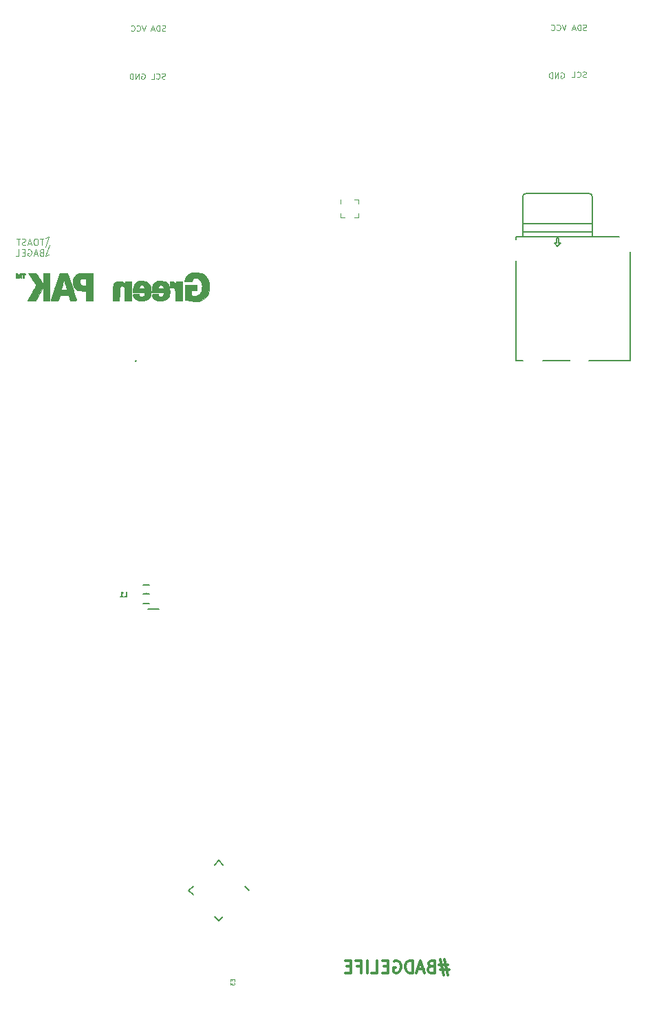
<source format=gbo>
G04 #@! TF.FileFunction,Legend,Bot*
%FSLAX46Y46*%
G04 Gerber Fmt 4.6, Leading zero omitted, Abs format (unit mm)*
G04 Created by KiCad (PCBNEW 4.0.7+dfsg1-1ubuntu2) date Fri May 11 22:40:50 2018*
%MOMM*%
%LPD*%
G01*
G04 APERTURE LIST*
%ADD10C,0.100000*%
%ADD11C,0.300000*%
%ADD12C,0.127000*%
%ADD13C,0.150000*%
%ADD14C,0.007620*%
%ADD15C,0.010000*%
%ADD16C,0.120000*%
%ADD17C,0.050000*%
%ADD18C,0.125000*%
%ADD19C,0.304800*%
%ADD20C,2.100000*%
%ADD21O,2.100000X2.100000*%
%ADD22R,2.400000X1.300000*%
%ADD23R,4.400000X4.400000*%
%ADD24R,0.800000X1.000000*%
%ADD25R,0.900000X1.000000*%
%ADD26R,1.400000X2.000000*%
%ADD27R,1.000000X0.900000*%
%ADD28R,1.799540X2.299920*%
%ADD29R,1.197560X1.898600*%
%ADD30R,2.198320X1.799540*%
%ADD31C,5.400000*%
%ADD32R,1.300000X2.350000*%
%ADD33R,1.700000X1.100000*%
%ADD34R,1.100000X1.700000*%
%ADD35R,1.000000X0.800000*%
%ADD36R,1.300000X1.200000*%
%ADD37R,1.460000X1.050000*%
%ADD38R,2.400000X4.200000*%
%ADD39R,2.400000X1.900000*%
%ADD40R,3.400000X1.600000*%
%ADD41C,1.299160*%
%ADD42R,0.450000X0.475000*%
%ADD43R,0.470000X0.495000*%
%ADD44R,0.495000X0.470000*%
%ADD45C,0.500000*%
%ADD46C,0.430000*%
%ADD47C,3.700000*%
%ADD48R,0.950000X0.700000*%
%ADD49C,2.000000*%
%ADD50R,1.400000X1.400000*%
%ADD51C,2.400000*%
%ADD52C,1.187400*%
%ADD53C,1.390600*%
G04 APERTURE END LIST*
D10*
D11*
X137921429Y-158878571D02*
X136850000Y-158878571D01*
X137492857Y-158235714D02*
X137921429Y-160164286D01*
X136992857Y-159521429D02*
X138064286Y-159521429D01*
X137421429Y-160164286D02*
X136992857Y-158235714D01*
X135850000Y-159092857D02*
X135635714Y-159164286D01*
X135564286Y-159235714D01*
X135492857Y-159378571D01*
X135492857Y-159592857D01*
X135564286Y-159735714D01*
X135635714Y-159807143D01*
X135778572Y-159878571D01*
X136350000Y-159878571D01*
X136350000Y-158378571D01*
X135850000Y-158378571D01*
X135707143Y-158450000D01*
X135635714Y-158521429D01*
X135564286Y-158664286D01*
X135564286Y-158807143D01*
X135635714Y-158950000D01*
X135707143Y-159021429D01*
X135850000Y-159092857D01*
X136350000Y-159092857D01*
X134921429Y-159450000D02*
X134207143Y-159450000D01*
X135064286Y-159878571D02*
X134564286Y-158378571D01*
X134064286Y-159878571D01*
X133564286Y-159878571D02*
X133564286Y-158378571D01*
X133207143Y-158378571D01*
X132992858Y-158450000D01*
X132850000Y-158592857D01*
X132778572Y-158735714D01*
X132707143Y-159021429D01*
X132707143Y-159235714D01*
X132778572Y-159521429D01*
X132850000Y-159664286D01*
X132992858Y-159807143D01*
X133207143Y-159878571D01*
X133564286Y-159878571D01*
X131278572Y-158450000D02*
X131421429Y-158378571D01*
X131635715Y-158378571D01*
X131850000Y-158450000D01*
X131992858Y-158592857D01*
X132064286Y-158735714D01*
X132135715Y-159021429D01*
X132135715Y-159235714D01*
X132064286Y-159521429D01*
X131992858Y-159664286D01*
X131850000Y-159807143D01*
X131635715Y-159878571D01*
X131492858Y-159878571D01*
X131278572Y-159807143D01*
X131207143Y-159735714D01*
X131207143Y-159235714D01*
X131492858Y-159235714D01*
X130564286Y-159092857D02*
X130064286Y-159092857D01*
X129850000Y-159878571D02*
X130564286Y-159878571D01*
X130564286Y-158378571D01*
X129850000Y-158378571D01*
X128492857Y-159878571D02*
X129207143Y-159878571D01*
X129207143Y-158378571D01*
X127992857Y-159878571D02*
X127992857Y-158378571D01*
X126778571Y-159092857D02*
X127278571Y-159092857D01*
X127278571Y-159878571D02*
X127278571Y-158378571D01*
X126564285Y-158378571D01*
X125992857Y-159092857D02*
X125492857Y-159092857D01*
X125278571Y-159878571D02*
X125992857Y-159878571D01*
X125992857Y-158378571D01*
X125278571Y-158378571D01*
D10*
X88400000Y-71700000D02*
X88800000Y-71500000D01*
X88400000Y-71700000D02*
X88900000Y-70300000D01*
X88400000Y-69500000D02*
X88800000Y-69300000D01*
X88400000Y-70600000D02*
X88800000Y-69300000D01*
X88176191Y-69561905D02*
X87719048Y-69561905D01*
X87947619Y-70361905D02*
X87947619Y-69561905D01*
X87300000Y-69561905D02*
X87147619Y-69561905D01*
X87071428Y-69600000D01*
X86995238Y-69676190D01*
X86957143Y-69828571D01*
X86957143Y-70095238D01*
X86995238Y-70247619D01*
X87071428Y-70323810D01*
X87147619Y-70361905D01*
X87300000Y-70361905D01*
X87376190Y-70323810D01*
X87452381Y-70247619D01*
X87490476Y-70095238D01*
X87490476Y-69828571D01*
X87452381Y-69676190D01*
X87376190Y-69600000D01*
X87300000Y-69561905D01*
X86652381Y-70133333D02*
X86271429Y-70133333D01*
X86728572Y-70361905D02*
X86461905Y-69561905D01*
X86195238Y-70361905D01*
X85966667Y-70323810D02*
X85852381Y-70361905D01*
X85661905Y-70361905D01*
X85585715Y-70323810D01*
X85547619Y-70285714D01*
X85509524Y-70209524D01*
X85509524Y-70133333D01*
X85547619Y-70057143D01*
X85585715Y-70019048D01*
X85661905Y-69980952D01*
X85814286Y-69942857D01*
X85890477Y-69904762D01*
X85928572Y-69866667D01*
X85966667Y-69790476D01*
X85966667Y-69714286D01*
X85928572Y-69638095D01*
X85890477Y-69600000D01*
X85814286Y-69561905D01*
X85623810Y-69561905D01*
X85509524Y-69600000D01*
X85280953Y-69561905D02*
X84823810Y-69561905D01*
X85052381Y-70361905D02*
X85052381Y-69561905D01*
X87871428Y-71242857D02*
X87757142Y-71280952D01*
X87719047Y-71319048D01*
X87680952Y-71395238D01*
X87680952Y-71509524D01*
X87719047Y-71585714D01*
X87757142Y-71623810D01*
X87833333Y-71661905D01*
X88138095Y-71661905D01*
X88138095Y-70861905D01*
X87871428Y-70861905D01*
X87795238Y-70900000D01*
X87757142Y-70938095D01*
X87719047Y-71014286D01*
X87719047Y-71090476D01*
X87757142Y-71166667D01*
X87795238Y-71204762D01*
X87871428Y-71242857D01*
X88138095Y-71242857D01*
X87376190Y-71433333D02*
X86995238Y-71433333D01*
X87452381Y-71661905D02*
X87185714Y-70861905D01*
X86919047Y-71661905D01*
X86233333Y-70900000D02*
X86309524Y-70861905D01*
X86423809Y-70861905D01*
X86538095Y-70900000D01*
X86614286Y-70976190D01*
X86652381Y-71052381D01*
X86690476Y-71204762D01*
X86690476Y-71319048D01*
X86652381Y-71471429D01*
X86614286Y-71547619D01*
X86538095Y-71623810D01*
X86423809Y-71661905D01*
X86347619Y-71661905D01*
X86233333Y-71623810D01*
X86195238Y-71585714D01*
X86195238Y-71319048D01*
X86347619Y-71319048D01*
X85852381Y-71242857D02*
X85585714Y-71242857D01*
X85471428Y-71661905D02*
X85852381Y-71661905D01*
X85852381Y-70861905D01*
X85471428Y-70861905D01*
X84747618Y-71661905D02*
X85128571Y-71661905D01*
X85128571Y-70861905D01*
D12*
X160373100Y-71174040D02*
X160373100Y-84572540D01*
X160373100Y-84572540D02*
X155262620Y-84572540D01*
X147152400Y-84572540D02*
X146326900Y-84572540D01*
X146326900Y-84572540D02*
X146326900Y-72273860D01*
X146326900Y-69662740D02*
X146326900Y-69327460D01*
X146326900Y-69327460D02*
X158998960Y-69327460D01*
X155674100Y-69327460D02*
X155674100Y-68725480D01*
X147152400Y-69327460D02*
X147152400Y-68725480D01*
X155674100Y-68725480D02*
X147152400Y-68725480D01*
X155674100Y-68725480D02*
X155674100Y-67727260D01*
X155674100Y-67727260D02*
X147152400Y-67727260D01*
X147152400Y-67727260D02*
X147152400Y-68700080D01*
X155674100Y-67727260D02*
X155674100Y-64343980D01*
X155356600Y-64026480D02*
X147469900Y-64026480D01*
X147152400Y-64343980D02*
X147152400Y-67727260D01*
X152951220Y-84572540D02*
X149626360Y-84572540D01*
X151551680Y-69525580D02*
X151277360Y-69525580D01*
X151277360Y-69525580D02*
X151277360Y-70074220D01*
X151277360Y-70074220D02*
X151003040Y-70074220D01*
X151003040Y-70074220D02*
X151414520Y-70488240D01*
X151414520Y-70488240D02*
X151828540Y-70074220D01*
X151828540Y-70074220D02*
X151551680Y-70074220D01*
X151551680Y-70074220D02*
X151551680Y-69525580D01*
X155356600Y-64026480D02*
G75*
G02X155674100Y-64343980I0J-317500D01*
G01*
X147152400Y-64343980D02*
G75*
G02X147469900Y-64026480I317500J0D01*
G01*
X101200000Y-114450000D02*
X100400000Y-114450000D01*
X101200000Y-112150000D02*
X100400000Y-112150000D01*
X101100000Y-113300000D02*
X101200000Y-113300000D01*
X100500000Y-113300000D02*
X100400000Y-113300000D01*
X100500000Y-113300000D02*
G75*
G02X100700000Y-113300000I100000J0D01*
G01*
X100900000Y-113300000D02*
G75*
G02X101100000Y-113300000I100000J0D01*
G01*
X100700000Y-113300000D02*
G75*
G02X100900000Y-113300000I100000J0D01*
G01*
D13*
X102400000Y-115100000D02*
X101000000Y-115100000D01*
D14*
X104613068Y-163166147D02*
X103914674Y-163178338D01*
D15*
G36*
X106453955Y-73754166D02*
X106267192Y-73792053D01*
X106101135Y-73855750D01*
X105939033Y-73948787D01*
X105922521Y-73959756D01*
X105757121Y-74112061D01*
X105628549Y-74315634D01*
X105545570Y-74554816D01*
X105525577Y-74668789D01*
X105501791Y-74860435D01*
X106393417Y-74840001D01*
X106423139Y-74725081D01*
X106471935Y-74622791D01*
X106550873Y-74527939D01*
X106558867Y-74520963D01*
X106719563Y-74428137D01*
X106894922Y-74398312D01*
X107073883Y-74426632D01*
X107245385Y-74508237D01*
X107398367Y-74638271D01*
X107521771Y-74811873D01*
X107590242Y-74973974D01*
X107636729Y-75192486D01*
X107654876Y-75442863D01*
X107645068Y-75697142D01*
X107607692Y-75927357D01*
X107575609Y-76033358D01*
X107457811Y-76257473D01*
X107295048Y-76425743D01*
X107091169Y-76536023D01*
X106850026Y-76586170D01*
X106599019Y-76577411D01*
X106361631Y-76545429D01*
X106340553Y-75946715D01*
X106996631Y-75946715D01*
X106996631Y-75257287D01*
X105545202Y-75257287D01*
X105545202Y-77096310D01*
X105735702Y-77137320D01*
X106228162Y-77222764D01*
X106690931Y-77261726D01*
X107112507Y-77253304D01*
X107159917Y-77249053D01*
X107497320Y-77187040D01*
X107787586Y-77070789D01*
X108033489Y-76898746D01*
X108237801Y-76669357D01*
X108265184Y-76629680D01*
X108365966Y-76466005D01*
X108439323Y-76310795D01*
X108489094Y-76147650D01*
X108519119Y-75960168D01*
X108533236Y-75731949D01*
X108535495Y-75475001D01*
X108532481Y-75252770D01*
X108525396Y-75086375D01*
X108512395Y-74959115D01*
X108491636Y-74854291D01*
X108461274Y-74755201D01*
X108453694Y-74734073D01*
X108312562Y-74427869D01*
X108132967Y-74181015D01*
X107910496Y-73988770D01*
X107640737Y-73846397D01*
X107619023Y-73837809D01*
X107502357Y-73799658D01*
X107371046Y-73772921D01*
X107206632Y-73754921D01*
X106990655Y-73742978D01*
X106956604Y-73741687D01*
X106678176Y-73738554D01*
X106453955Y-73754166D01*
X106453955Y-73754166D01*
G37*
X106453955Y-73754166D02*
X106267192Y-73792053D01*
X106101135Y-73855750D01*
X105939033Y-73948787D01*
X105922521Y-73959756D01*
X105757121Y-74112061D01*
X105628549Y-74315634D01*
X105545570Y-74554816D01*
X105525577Y-74668789D01*
X105501791Y-74860435D01*
X106393417Y-74840001D01*
X106423139Y-74725081D01*
X106471935Y-74622791D01*
X106550873Y-74527939D01*
X106558867Y-74520963D01*
X106719563Y-74428137D01*
X106894922Y-74398312D01*
X107073883Y-74426632D01*
X107245385Y-74508237D01*
X107398367Y-74638271D01*
X107521771Y-74811873D01*
X107590242Y-74973974D01*
X107636729Y-75192486D01*
X107654876Y-75442863D01*
X107645068Y-75697142D01*
X107607692Y-75927357D01*
X107575609Y-76033358D01*
X107457811Y-76257473D01*
X107295048Y-76425743D01*
X107091169Y-76536023D01*
X106850026Y-76586170D01*
X106599019Y-76577411D01*
X106361631Y-76545429D01*
X106340553Y-75946715D01*
X106996631Y-75946715D01*
X106996631Y-75257287D01*
X105545202Y-75257287D01*
X105545202Y-77096310D01*
X105735702Y-77137320D01*
X106228162Y-77222764D01*
X106690931Y-77261726D01*
X107112507Y-77253304D01*
X107159917Y-77249053D01*
X107497320Y-77187040D01*
X107787586Y-77070789D01*
X108033489Y-76898746D01*
X108237801Y-76669357D01*
X108265184Y-76629680D01*
X108365966Y-76466005D01*
X108439323Y-76310795D01*
X108489094Y-76147650D01*
X108519119Y-75960168D01*
X108533236Y-75731949D01*
X108535495Y-75475001D01*
X108532481Y-75252770D01*
X108525396Y-75086375D01*
X108512395Y-74959115D01*
X108491636Y-74854291D01*
X108461274Y-74755201D01*
X108453694Y-74734073D01*
X108312562Y-74427869D01*
X108132967Y-74181015D01*
X107910496Y-73988770D01*
X107640737Y-73846397D01*
X107619023Y-73837809D01*
X107502357Y-73799658D01*
X107371046Y-73772921D01*
X107206632Y-73754921D01*
X106990655Y-73742978D01*
X106956604Y-73741687D01*
X106678176Y-73738554D01*
X106453955Y-73754166D01*
G36*
X102215164Y-74779246D02*
X102050688Y-74833431D01*
X101900572Y-74922028D01*
X101872927Y-74942523D01*
X101710948Y-75102314D01*
X101594918Y-75302869D01*
X101521693Y-75551567D01*
X101488647Y-75844619D01*
X101471500Y-76200715D01*
X102959172Y-76200715D01*
X102934112Y-76336787D01*
X102883115Y-76515622D01*
X102803526Y-76632310D01*
X102688146Y-76694046D01*
X102562090Y-76708715D01*
X102414783Y-76679958D01*
X102310026Y-76598435D01*
X102261335Y-76490956D01*
X102237436Y-76382144D01*
X101859319Y-76382144D01*
X101690493Y-76382831D01*
X101581285Y-76386758D01*
X101518745Y-76396725D01*
X101489921Y-76415531D01*
X101481862Y-76445974D01*
X101481557Y-76463787D01*
X101496757Y-76541348D01*
X101535474Y-76653877D01*
X101570431Y-76735562D01*
X101696500Y-76923093D01*
X101877138Y-77067659D01*
X102106970Y-77167194D01*
X102380618Y-77219635D01*
X102692703Y-77222914D01*
X102811054Y-77211944D01*
X103074299Y-77153462D01*
X103288489Y-77043471D01*
X103459742Y-76877608D01*
X103592900Y-76654287D01*
X103629742Y-76565112D01*
X103654028Y-76476113D01*
X103668252Y-76368891D01*
X103674906Y-76225049D01*
X103676488Y-76037430D01*
X103667693Y-75753976D01*
X103659875Y-75692715D01*
X102941702Y-75692715D01*
X102234131Y-75692715D01*
X102257228Y-75574787D01*
X102316428Y-75410200D01*
X102409837Y-75300241D01*
X102523936Y-75244872D01*
X102645202Y-75244053D01*
X102760117Y-75297746D01*
X102855159Y-75405912D01*
X102916808Y-75568513D01*
X102918496Y-75576683D01*
X102941702Y-75692715D01*
X103659875Y-75692715D01*
X103638764Y-75527294D01*
X103585888Y-75343442D01*
X103505250Y-75188479D01*
X103411335Y-75068291D01*
X103270074Y-74934032D01*
X103120127Y-74843198D01*
X102942333Y-74787841D01*
X102717530Y-74760013D01*
X102660488Y-74756825D01*
X102412323Y-74755150D01*
X102215164Y-74779246D01*
X102215164Y-74779246D01*
G37*
X102215164Y-74779246D02*
X102050688Y-74833431D01*
X101900572Y-74922028D01*
X101872927Y-74942523D01*
X101710948Y-75102314D01*
X101594918Y-75302869D01*
X101521693Y-75551567D01*
X101488647Y-75844619D01*
X101471500Y-76200715D01*
X102959172Y-76200715D01*
X102934112Y-76336787D01*
X102883115Y-76515622D01*
X102803526Y-76632310D01*
X102688146Y-76694046D01*
X102562090Y-76708715D01*
X102414783Y-76679958D01*
X102310026Y-76598435D01*
X102261335Y-76490956D01*
X102237436Y-76382144D01*
X101859319Y-76382144D01*
X101690493Y-76382831D01*
X101581285Y-76386758D01*
X101518745Y-76396725D01*
X101489921Y-76415531D01*
X101481862Y-76445974D01*
X101481557Y-76463787D01*
X101496757Y-76541348D01*
X101535474Y-76653877D01*
X101570431Y-76735562D01*
X101696500Y-76923093D01*
X101877138Y-77067659D01*
X102106970Y-77167194D01*
X102380618Y-77219635D01*
X102692703Y-77222914D01*
X102811054Y-77211944D01*
X103074299Y-77153462D01*
X103288489Y-77043471D01*
X103459742Y-76877608D01*
X103592900Y-76654287D01*
X103629742Y-76565112D01*
X103654028Y-76476113D01*
X103668252Y-76368891D01*
X103674906Y-76225049D01*
X103676488Y-76037430D01*
X103667693Y-75753976D01*
X103659875Y-75692715D01*
X102941702Y-75692715D01*
X102234131Y-75692715D01*
X102257228Y-75574787D01*
X102316428Y-75410200D01*
X102409837Y-75300241D01*
X102523936Y-75244872D01*
X102645202Y-75244053D01*
X102760117Y-75297746D01*
X102855159Y-75405912D01*
X102916808Y-75568513D01*
X102918496Y-75576683D01*
X102941702Y-75692715D01*
X103659875Y-75692715D01*
X103638764Y-75527294D01*
X103585888Y-75343442D01*
X103505250Y-75188479D01*
X103411335Y-75068291D01*
X103270074Y-74934032D01*
X103120127Y-74843198D01*
X102942333Y-74787841D01*
X102717530Y-74760013D01*
X102660488Y-74756825D01*
X102412323Y-74755150D01*
X102215164Y-74779246D01*
G36*
X99892878Y-74779246D02*
X99728402Y-74833431D01*
X99578286Y-74922028D01*
X99550641Y-74942523D01*
X99388662Y-75102314D01*
X99272632Y-75302869D01*
X99199408Y-75551567D01*
X99166361Y-75844619D01*
X99149214Y-76200715D01*
X100636886Y-76200715D01*
X100611826Y-76336787D01*
X100560829Y-76515622D01*
X100481240Y-76632310D01*
X100365860Y-76694046D01*
X100239804Y-76708715D01*
X100092497Y-76679958D01*
X99987740Y-76598435D01*
X99939049Y-76490956D01*
X99915150Y-76382144D01*
X99537033Y-76382144D01*
X99368207Y-76382831D01*
X99259000Y-76386758D01*
X99196460Y-76396725D01*
X99167636Y-76415531D01*
X99159576Y-76445974D01*
X99159271Y-76463787D01*
X99174471Y-76541348D01*
X99213188Y-76653877D01*
X99248146Y-76735562D01*
X99374214Y-76923093D01*
X99554853Y-77067659D01*
X99784684Y-77167194D01*
X100058332Y-77219635D01*
X100370418Y-77222914D01*
X100488769Y-77211944D01*
X100752013Y-77153462D01*
X100966204Y-77043471D01*
X101137457Y-76877608D01*
X101270614Y-76654287D01*
X101307456Y-76565112D01*
X101331742Y-76476113D01*
X101345966Y-76368891D01*
X101352621Y-76225049D01*
X101354202Y-76037430D01*
X101345407Y-75753976D01*
X101337589Y-75692715D01*
X100619417Y-75692715D01*
X99911845Y-75692715D01*
X99934943Y-75574787D01*
X99994143Y-75410200D01*
X100087552Y-75300241D01*
X100201650Y-75244872D01*
X100322917Y-75244053D01*
X100437831Y-75297746D01*
X100532873Y-75405912D01*
X100594523Y-75568513D01*
X100596210Y-75576683D01*
X100619417Y-75692715D01*
X101337589Y-75692715D01*
X101316478Y-75527294D01*
X101263602Y-75343442D01*
X101182964Y-75188479D01*
X101089049Y-75068291D01*
X100947788Y-74934032D01*
X100797842Y-74843198D01*
X100620047Y-74787841D01*
X100395244Y-74760013D01*
X100338202Y-74756825D01*
X100090037Y-74755150D01*
X99892878Y-74779246D01*
X99892878Y-74779246D01*
G37*
X99892878Y-74779246D02*
X99728402Y-74833431D01*
X99578286Y-74922028D01*
X99550641Y-74942523D01*
X99388662Y-75102314D01*
X99272632Y-75302869D01*
X99199408Y-75551567D01*
X99166361Y-75844619D01*
X99149214Y-76200715D01*
X100636886Y-76200715D01*
X100611826Y-76336787D01*
X100560829Y-76515622D01*
X100481240Y-76632310D01*
X100365860Y-76694046D01*
X100239804Y-76708715D01*
X100092497Y-76679958D01*
X99987740Y-76598435D01*
X99939049Y-76490956D01*
X99915150Y-76382144D01*
X99537033Y-76382144D01*
X99368207Y-76382831D01*
X99259000Y-76386758D01*
X99196460Y-76396725D01*
X99167636Y-76415531D01*
X99159576Y-76445974D01*
X99159271Y-76463787D01*
X99174471Y-76541348D01*
X99213188Y-76653877D01*
X99248146Y-76735562D01*
X99374214Y-76923093D01*
X99554853Y-77067659D01*
X99784684Y-77167194D01*
X100058332Y-77219635D01*
X100370418Y-77222914D01*
X100488769Y-77211944D01*
X100752013Y-77153462D01*
X100966204Y-77043471D01*
X101137457Y-76877608D01*
X101270614Y-76654287D01*
X101307456Y-76565112D01*
X101331742Y-76476113D01*
X101345966Y-76368891D01*
X101352621Y-76225049D01*
X101354202Y-76037430D01*
X101345407Y-75753976D01*
X101337589Y-75692715D01*
X100619417Y-75692715D01*
X99911845Y-75692715D01*
X99934943Y-75574787D01*
X99994143Y-75410200D01*
X100087552Y-75300241D01*
X100201650Y-75244872D01*
X100322917Y-75244053D01*
X100437831Y-75297746D01*
X100532873Y-75405912D01*
X100594523Y-75568513D01*
X100596210Y-75576683D01*
X100619417Y-75692715D01*
X101337589Y-75692715D01*
X101316478Y-75527294D01*
X101263602Y-75343442D01*
X101182964Y-75188479D01*
X101089049Y-75068291D01*
X100947788Y-74934032D01*
X100797842Y-74843198D01*
X100620047Y-74787841D01*
X100395244Y-74760013D01*
X100338202Y-74756825D01*
X100090037Y-74755150D01*
X99892878Y-74779246D01*
G36*
X103694631Y-75547572D02*
X103866988Y-75547708D01*
X104046148Y-75572636D01*
X104159457Y-75621074D01*
X104236881Y-75677846D01*
X104296100Y-75748411D01*
X104339855Y-75843075D01*
X104370889Y-75972147D01*
X104391942Y-76145933D01*
X104405758Y-76374740D01*
X104412575Y-76572644D01*
X104429627Y-77180429D01*
X105218631Y-77180429D01*
X105218631Y-74819403D01*
X104828559Y-74829702D01*
X104438488Y-74840001D01*
X104402202Y-75128087D01*
X104336731Y-75027669D01*
X104206103Y-74890941D01*
X104033583Y-74808341D01*
X103866988Y-74785708D01*
X103694631Y-74785572D01*
X103694631Y-75547572D01*
X103694631Y-75547572D01*
G37*
X103694631Y-75547572D02*
X103866988Y-75547708D01*
X104046148Y-75572636D01*
X104159457Y-75621074D01*
X104236881Y-75677846D01*
X104296100Y-75748411D01*
X104339855Y-75843075D01*
X104370889Y-75972147D01*
X104391942Y-76145933D01*
X104405758Y-76374740D01*
X104412575Y-76572644D01*
X104429627Y-77180429D01*
X105218631Y-77180429D01*
X105218631Y-74819403D01*
X104828559Y-74829702D01*
X104438488Y-74840001D01*
X104402202Y-75128087D01*
X104336731Y-75027669D01*
X104206103Y-74890941D01*
X104033583Y-74808341D01*
X103866988Y-74785708D01*
X103694631Y-74785572D01*
X103694631Y-75547572D01*
G36*
X98179202Y-75119819D02*
X98073388Y-75006544D01*
X97928751Y-74887867D01*
X97754230Y-74816467D01*
X97535113Y-74787023D01*
X97462342Y-74785572D01*
X97224710Y-74806277D01*
X97039129Y-74871355D01*
X96897048Y-74985249D01*
X96801326Y-75129164D01*
X96773392Y-75186134D01*
X96751668Y-75240374D01*
X96735240Y-75301776D01*
X96723196Y-75380232D01*
X96714621Y-75485633D01*
X96708605Y-75627871D01*
X96704232Y-75816839D01*
X96700590Y-76062428D01*
X96698329Y-76244950D01*
X96687028Y-77180429D01*
X97482667Y-77180429D01*
X97495292Y-76389567D01*
X97500228Y-76123219D01*
X97505999Y-75919514D01*
X97513461Y-75768524D01*
X97523468Y-75660321D01*
X97536878Y-75584976D01*
X97554545Y-75532561D01*
X97571876Y-75501143D01*
X97671538Y-75405680D01*
X97793970Y-75368852D01*
X97920246Y-75389896D01*
X98031445Y-75468046D01*
X98071335Y-75521332D01*
X98095211Y-75566005D01*
X98113114Y-75618018D01*
X98125893Y-75687926D01*
X98134399Y-75786283D01*
X98139479Y-75923643D01*
X98141982Y-76110559D01*
X98142759Y-76357585D01*
X98142781Y-76409358D01*
X98142916Y-77180429D01*
X98941202Y-77180429D01*
X98941367Y-76391215D01*
X98942578Y-76126843D01*
X98945853Y-75857260D01*
X98950818Y-75601449D01*
X98957096Y-75378389D01*
X98964312Y-75207061D01*
X98965054Y-75193787D01*
X98988576Y-74785572D01*
X98179202Y-74785572D01*
X98179202Y-75119819D01*
X98179202Y-75119819D01*
G37*
X98179202Y-75119819D02*
X98073388Y-75006544D01*
X97928751Y-74887867D01*
X97754230Y-74816467D01*
X97535113Y-74787023D01*
X97462342Y-74785572D01*
X97224710Y-74806277D01*
X97039129Y-74871355D01*
X96897048Y-74985249D01*
X96801326Y-75129164D01*
X96773392Y-75186134D01*
X96751668Y-75240374D01*
X96735240Y-75301776D01*
X96723196Y-75380232D01*
X96714621Y-75485633D01*
X96708605Y-75627871D01*
X96704232Y-75816839D01*
X96700590Y-76062428D01*
X96698329Y-76244950D01*
X96687028Y-77180429D01*
X97482667Y-77180429D01*
X97495292Y-76389567D01*
X97500228Y-76123219D01*
X97505999Y-75919514D01*
X97513461Y-75768524D01*
X97523468Y-75660321D01*
X97536878Y-75584976D01*
X97554545Y-75532561D01*
X97571876Y-75501143D01*
X97671538Y-75405680D01*
X97793970Y-75368852D01*
X97920246Y-75389896D01*
X98031445Y-75468046D01*
X98071335Y-75521332D01*
X98095211Y-75566005D01*
X98113114Y-75618018D01*
X98125893Y-75687926D01*
X98134399Y-75786283D01*
X98139479Y-75923643D01*
X98141982Y-76110559D01*
X98142759Y-76357585D01*
X98142781Y-76409358D01*
X98142916Y-77180429D01*
X98941202Y-77180429D01*
X98941367Y-76391215D01*
X98942578Y-76126843D01*
X98945853Y-75857260D01*
X98950818Y-75601449D01*
X98957096Y-75378389D01*
X98964312Y-75207061D01*
X98965054Y-75193787D01*
X98988576Y-74785572D01*
X98179202Y-74785572D01*
X98179202Y-75119819D01*
G36*
X93077196Y-73806880D02*
X92832441Y-73811231D01*
X92640477Y-73820837D01*
X92491421Y-73837625D01*
X92375392Y-73863521D01*
X92282504Y-73900452D01*
X92202876Y-73950344D01*
X92126624Y-74015124D01*
X92080198Y-74060130D01*
X91950034Y-74214845D01*
X91862679Y-74384469D01*
X91812397Y-74585663D01*
X91793451Y-74835083D01*
X91792917Y-74894430D01*
X91807683Y-75163287D01*
X91854991Y-75380923D01*
X91939351Y-75563054D01*
X92015153Y-75668586D01*
X92113775Y-75775275D01*
X92217047Y-75853640D01*
X92338752Y-75908332D01*
X92492675Y-75944000D01*
X92692600Y-75965294D01*
X92926845Y-75976121D01*
X93425774Y-75991236D01*
X93425774Y-77180429D01*
X94224059Y-77180429D01*
X94224059Y-74459001D01*
X93425774Y-74459001D01*
X93425774Y-75329858D01*
X93253417Y-75328992D01*
X93110604Y-75320755D01*
X92968443Y-75301330D01*
X92935917Y-75294606D01*
X92781467Y-75232435D01*
X92682039Y-75126988D01*
X92633717Y-74972896D01*
X92627488Y-74871472D01*
X92633195Y-74745431D01*
X92657266Y-74661408D01*
X92710128Y-74589282D01*
X92733554Y-74565067D01*
X92791645Y-74512035D01*
X92848566Y-74480422D01*
X92925012Y-74464727D01*
X93041677Y-74459453D01*
X93132697Y-74459001D01*
X93425774Y-74459001D01*
X94224059Y-74459001D01*
X94224059Y-73805858D01*
X93384626Y-73805858D01*
X93077196Y-73806880D01*
X93077196Y-73806880D01*
G37*
X93077196Y-73806880D02*
X92832441Y-73811231D01*
X92640477Y-73820837D01*
X92491421Y-73837625D01*
X92375392Y-73863521D01*
X92282504Y-73900452D01*
X92202876Y-73950344D01*
X92126624Y-74015124D01*
X92080198Y-74060130D01*
X91950034Y-74214845D01*
X91862679Y-74384469D01*
X91812397Y-74585663D01*
X91793451Y-74835083D01*
X91792917Y-74894430D01*
X91807683Y-75163287D01*
X91854991Y-75380923D01*
X91939351Y-75563054D01*
X92015153Y-75668586D01*
X92113775Y-75775275D01*
X92217047Y-75853640D01*
X92338752Y-75908332D01*
X92492675Y-75944000D01*
X92692600Y-75965294D01*
X92926845Y-75976121D01*
X93425774Y-75991236D01*
X93425774Y-77180429D01*
X94224059Y-77180429D01*
X94224059Y-74459001D01*
X93425774Y-74459001D01*
X93425774Y-75329858D01*
X93253417Y-75328992D01*
X93110604Y-75320755D01*
X92968443Y-75301330D01*
X92935917Y-75294606D01*
X92781467Y-75232435D01*
X92682039Y-75126988D01*
X92633717Y-74972896D01*
X92627488Y-74871472D01*
X92633195Y-74745431D01*
X92657266Y-74661408D01*
X92710128Y-74589282D01*
X92733554Y-74565067D01*
X92791645Y-74512035D01*
X92848566Y-74480422D01*
X92925012Y-74464727D01*
X93041677Y-74459453D01*
X93132697Y-74459001D01*
X93425774Y-74459001D01*
X94224059Y-74459001D01*
X94224059Y-73805858D01*
X93384626Y-73805858D01*
X93077196Y-73806880D01*
G36*
X89587510Y-75467424D02*
X89477339Y-75799400D01*
X89374489Y-76110362D01*
X89281175Y-76393533D01*
X89199615Y-76642137D01*
X89132025Y-76849398D01*
X89080621Y-77008539D01*
X89047621Y-77112784D01*
X89035241Y-77155358D01*
X89035202Y-77155793D01*
X89069197Y-77165118D01*
X89162106Y-77171417D01*
X89300316Y-77174201D01*
X89470213Y-77172977D01*
X89496452Y-77172442D01*
X89957701Y-77162287D01*
X90051215Y-76835715D01*
X90144729Y-76509144D01*
X91231361Y-76489204D01*
X91324173Y-76825745D01*
X91416986Y-77162287D01*
X91822665Y-77172546D01*
X92023211Y-77174526D01*
X92154566Y-77168375D01*
X92219682Y-77153879D01*
X92228345Y-77142795D01*
X92217245Y-77101284D01*
X92185430Y-76997799D01*
X92135123Y-76839220D01*
X92068551Y-76632423D01*
X91987939Y-76384286D01*
X91895512Y-76101686D01*
X91820676Y-75874144D01*
X91036683Y-75874144D01*
X90689085Y-75874144D01*
X90540284Y-75872228D01*
X90423302Y-75867077D01*
X90353834Y-75859584D01*
X90341488Y-75854368D01*
X90349975Y-75811573D01*
X90373064Y-75712682D01*
X90407198Y-75571860D01*
X90448819Y-75403273D01*
X90494369Y-75221086D01*
X90540289Y-75039466D01*
X90583024Y-74872579D01*
X90619014Y-74734590D01*
X90644701Y-74639665D01*
X90655485Y-74604144D01*
X90670469Y-74621526D01*
X90700698Y-74696566D01*
X90742369Y-74816893D01*
X90791675Y-74970137D01*
X90844813Y-75143930D01*
X90897977Y-75325901D01*
X90947365Y-75503681D01*
X90989171Y-75664900D01*
X91013174Y-75767108D01*
X91036683Y-75874144D01*
X91820676Y-75874144D01*
X91793495Y-75791501D01*
X91684114Y-75460608D01*
X91682031Y-75454321D01*
X91135716Y-73805858D01*
X90139817Y-73805858D01*
X89587510Y-75467424D01*
X89587510Y-75467424D01*
G37*
X89587510Y-75467424D02*
X89477339Y-75799400D01*
X89374489Y-76110362D01*
X89281175Y-76393533D01*
X89199615Y-76642137D01*
X89132025Y-76849398D01*
X89080621Y-77008539D01*
X89047621Y-77112784D01*
X89035241Y-77155358D01*
X89035202Y-77155793D01*
X89069197Y-77165118D01*
X89162106Y-77171417D01*
X89300316Y-77174201D01*
X89470213Y-77172977D01*
X89496452Y-77172442D01*
X89957701Y-77162287D01*
X90051215Y-76835715D01*
X90144729Y-76509144D01*
X91231361Y-76489204D01*
X91324173Y-76825745D01*
X91416986Y-77162287D01*
X91822665Y-77172546D01*
X92023211Y-77174526D01*
X92154566Y-77168375D01*
X92219682Y-77153879D01*
X92228345Y-77142795D01*
X92217245Y-77101284D01*
X92185430Y-76997799D01*
X92135123Y-76839220D01*
X92068551Y-76632423D01*
X91987939Y-76384286D01*
X91895512Y-76101686D01*
X91820676Y-75874144D01*
X91036683Y-75874144D01*
X90689085Y-75874144D01*
X90540284Y-75872228D01*
X90423302Y-75867077D01*
X90353834Y-75859584D01*
X90341488Y-75854368D01*
X90349975Y-75811573D01*
X90373064Y-75712682D01*
X90407198Y-75571860D01*
X90448819Y-75403273D01*
X90494369Y-75221086D01*
X90540289Y-75039466D01*
X90583024Y-74872579D01*
X90619014Y-74734590D01*
X90644701Y-74639665D01*
X90655485Y-74604144D01*
X90670469Y-74621526D01*
X90700698Y-74696566D01*
X90742369Y-74816893D01*
X90791675Y-74970137D01*
X90844813Y-75143930D01*
X90897977Y-75325901D01*
X90947365Y-75503681D01*
X90989171Y-75664900D01*
X91013174Y-75767108D01*
X91036683Y-75874144D01*
X91820676Y-75874144D01*
X91793495Y-75791501D01*
X91684114Y-75460608D01*
X91682031Y-75454321D01*
X91135716Y-73805858D01*
X90139817Y-73805858D01*
X89587510Y-75467424D01*
G36*
X88119755Y-74508222D02*
X88109916Y-75210587D01*
X87692631Y-74522230D01*
X87569711Y-74321535D01*
X87457668Y-74142517D01*
X87362418Y-73994312D01*
X87289877Y-73886058D01*
X87245962Y-73826893D01*
X87237140Y-73818728D01*
X87188011Y-73813744D01*
X87081549Y-73811096D01*
X86932962Y-73810936D01*
X86757453Y-73813414D01*
X86739959Y-73813792D01*
X86280982Y-73824001D01*
X86750949Y-74541380D01*
X86883411Y-74745102D01*
X87001420Y-74929521D01*
X87099432Y-75085733D01*
X87171905Y-75204834D01*
X87213295Y-75277919D01*
X87220916Y-75296282D01*
X87203915Y-75336508D01*
X87155870Y-75431717D01*
X87081223Y-75573587D01*
X86984412Y-75753796D01*
X86869877Y-75964021D01*
X86742059Y-76195940D01*
X86713154Y-76248046D01*
X86205391Y-77162287D01*
X86701204Y-77172422D01*
X86884156Y-77174160D01*
X87040566Y-77171868D01*
X87156376Y-77166036D01*
X87217527Y-77157151D01*
X87222854Y-77154279D01*
X87246054Y-77115594D01*
X87297919Y-77021411D01*
X87373678Y-76880643D01*
X87468562Y-76702206D01*
X87577803Y-76495012D01*
X87679304Y-76301181D01*
X88109916Y-75476361D01*
X88119645Y-76328395D01*
X88129373Y-77180429D01*
X88926345Y-77180429D01*
X88926345Y-73805858D01*
X88129594Y-73805858D01*
X88119755Y-74508222D01*
X88119755Y-74508222D01*
G37*
X88119755Y-74508222D02*
X88109916Y-75210587D01*
X87692631Y-74522230D01*
X87569711Y-74321535D01*
X87457668Y-74142517D01*
X87362418Y-73994312D01*
X87289877Y-73886058D01*
X87245962Y-73826893D01*
X87237140Y-73818728D01*
X87188011Y-73813744D01*
X87081549Y-73811096D01*
X86932962Y-73810936D01*
X86757453Y-73813414D01*
X86739959Y-73813792D01*
X86280982Y-73824001D01*
X86750949Y-74541380D01*
X86883411Y-74745102D01*
X87001420Y-74929521D01*
X87099432Y-75085733D01*
X87171905Y-75204834D01*
X87213295Y-75277919D01*
X87220916Y-75296282D01*
X87203915Y-75336508D01*
X87155870Y-75431717D01*
X87081223Y-75573587D01*
X86984412Y-75753796D01*
X86869877Y-75964021D01*
X86742059Y-76195940D01*
X86713154Y-76248046D01*
X86205391Y-77162287D01*
X86701204Y-77172422D01*
X86884156Y-77174160D01*
X87040566Y-77171868D01*
X87156376Y-77166036D01*
X87217527Y-77157151D01*
X87222854Y-77154279D01*
X87246054Y-77115594D01*
X87297919Y-77021411D01*
X87373678Y-76880643D01*
X87468562Y-76702206D01*
X87577803Y-76495012D01*
X87679304Y-76301181D01*
X88109916Y-75476361D01*
X88119645Y-76328395D01*
X88129373Y-77180429D01*
X88926345Y-77180429D01*
X88926345Y-73805858D01*
X88129594Y-73805858D01*
X88119755Y-74508222D01*
G36*
X85187347Y-73978215D02*
X85145414Y-74092803D01*
X85111852Y-74137267D01*
X85081198Y-74112723D01*
X85047984Y-74020287D01*
X85044330Y-74007415D01*
X85011860Y-73906858D01*
X84976075Y-73858356D01*
X84917832Y-73843137D01*
X84875772Y-73842144D01*
X84753488Y-73842144D01*
X84753488Y-74132429D01*
X84755003Y-74277062D01*
X84761981Y-74363744D01*
X84778072Y-74407073D01*
X84806925Y-74421647D01*
X84826059Y-74422715D01*
X84869071Y-74413151D01*
X84891788Y-74372840D01*
X84901234Y-74284359D01*
X84902857Y-74232215D01*
X84907083Y-74041715D01*
X84966324Y-74233753D01*
X85004443Y-74344459D01*
X85038828Y-74400248D01*
X85082251Y-74416875D01*
X85113407Y-74415182D01*
X85173433Y-74392642D01*
X85220635Y-74330990D01*
X85264842Y-74223144D01*
X85328435Y-74041715D01*
X85331247Y-74232215D01*
X85338544Y-74350042D01*
X85358599Y-74409015D01*
X85388488Y-74422715D01*
X85420092Y-74405995D01*
X85437060Y-74346723D01*
X85442809Y-74231233D01*
X85442917Y-74205001D01*
X85444837Y-74084341D01*
X85455333Y-74019196D01*
X85481504Y-73992527D01*
X85530451Y-73987291D01*
X85533631Y-73987287D01*
X85583906Y-73991896D01*
X85611049Y-74017086D01*
X85622162Y-74079897D01*
X85624343Y-74197370D01*
X85624345Y-74205001D01*
X85626993Y-74326599D01*
X85638625Y-74392304D01*
X85664773Y-74418713D01*
X85696917Y-74422715D01*
X85737449Y-74414771D01*
X85759351Y-74379875D01*
X85768154Y-74301431D01*
X85769488Y-74205001D01*
X85771409Y-74084341D01*
X85781904Y-74019196D01*
X85808076Y-73992527D01*
X85857023Y-73987291D01*
X85860202Y-73987287D01*
X85931337Y-73970278D01*
X85950917Y-73914715D01*
X85945903Y-73881580D01*
X85922073Y-73860413D01*
X85866242Y-73848557D01*
X85765225Y-73843354D01*
X85605839Y-73842147D01*
X85590873Y-73842144D01*
X85230830Y-73842144D01*
X85187347Y-73978215D01*
X85187347Y-73978215D01*
G37*
X85187347Y-73978215D02*
X85145414Y-74092803D01*
X85111852Y-74137267D01*
X85081198Y-74112723D01*
X85047984Y-74020287D01*
X85044330Y-74007415D01*
X85011860Y-73906858D01*
X84976075Y-73858356D01*
X84917832Y-73843137D01*
X84875772Y-73842144D01*
X84753488Y-73842144D01*
X84753488Y-74132429D01*
X84755003Y-74277062D01*
X84761981Y-74363744D01*
X84778072Y-74407073D01*
X84806925Y-74421647D01*
X84826059Y-74422715D01*
X84869071Y-74413151D01*
X84891788Y-74372840D01*
X84901234Y-74284359D01*
X84902857Y-74232215D01*
X84907083Y-74041715D01*
X84966324Y-74233753D01*
X85004443Y-74344459D01*
X85038828Y-74400248D01*
X85082251Y-74416875D01*
X85113407Y-74415182D01*
X85173433Y-74392642D01*
X85220635Y-74330990D01*
X85264842Y-74223144D01*
X85328435Y-74041715D01*
X85331247Y-74232215D01*
X85338544Y-74350042D01*
X85358599Y-74409015D01*
X85388488Y-74422715D01*
X85420092Y-74405995D01*
X85437060Y-74346723D01*
X85442809Y-74231233D01*
X85442917Y-74205001D01*
X85444837Y-74084341D01*
X85455333Y-74019196D01*
X85481504Y-73992527D01*
X85530451Y-73987291D01*
X85533631Y-73987287D01*
X85583906Y-73991896D01*
X85611049Y-74017086D01*
X85622162Y-74079897D01*
X85624343Y-74197370D01*
X85624345Y-74205001D01*
X85626993Y-74326599D01*
X85638625Y-74392304D01*
X85664773Y-74418713D01*
X85696917Y-74422715D01*
X85737449Y-74414771D01*
X85759351Y-74379875D01*
X85768154Y-74301431D01*
X85769488Y-74205001D01*
X85771409Y-74084341D01*
X85781904Y-74019196D01*
X85808076Y-73992527D01*
X85857023Y-73987291D01*
X85860202Y-73987287D01*
X85931337Y-73970278D01*
X85950917Y-73914715D01*
X85945903Y-73881580D01*
X85922073Y-73860413D01*
X85866242Y-73848557D01*
X85765225Y-73843354D01*
X85605839Y-73842147D01*
X85590873Y-73842144D01*
X85230830Y-73842144D01*
X85187347Y-73978215D01*
D16*
X124737500Y-66450000D02*
X124737500Y-66950000D01*
X124737500Y-66950000D02*
X125237500Y-66950000D01*
X125237500Y-66950000D02*
X125237500Y-66950000D01*
X126437500Y-66950000D02*
X126937500Y-66950000D01*
X126937500Y-66950000D02*
X126937500Y-66450000D01*
X126937500Y-66450000D02*
X126937500Y-66450000D01*
X126937500Y-65250000D02*
X126937500Y-64750000D01*
X126937500Y-64750000D02*
X126437500Y-64750000D01*
X126437500Y-64750000D02*
X126437500Y-64750000D01*
X124737500Y-65250000D02*
X124737500Y-64750000D01*
X124737500Y-64750000D02*
X124737500Y-64750000D01*
D13*
X109737373Y-146063793D02*
X109207043Y-146594123D01*
X109737373Y-153488415D02*
X110267703Y-152958085D01*
X106025062Y-149776104D02*
X106555392Y-149245774D01*
X113449684Y-149776104D02*
X112919354Y-149245774D01*
X109737373Y-153488415D02*
X109207043Y-152958085D01*
X106025062Y-149776104D02*
X106555392Y-150306434D01*
X109737373Y-146063793D02*
X110267703Y-146594123D01*
D17*
X99603749Y-84613742D02*
G75*
G03X99603749Y-84613742I-102748J0D01*
G01*
D10*
X110500000Y-160495001D02*
X110900000Y-160495001D01*
X154950000Y-43883333D02*
X154850000Y-43916667D01*
X154683333Y-43916667D01*
X154616666Y-43883333D01*
X154583333Y-43850000D01*
X154550000Y-43783333D01*
X154550000Y-43716667D01*
X154583333Y-43650000D01*
X154616666Y-43616667D01*
X154683333Y-43583333D01*
X154816666Y-43550000D01*
X154883333Y-43516667D01*
X154916666Y-43483333D01*
X154950000Y-43416667D01*
X154950000Y-43350000D01*
X154916666Y-43283333D01*
X154883333Y-43250000D01*
X154816666Y-43216667D01*
X154650000Y-43216667D01*
X154550000Y-43250000D01*
X154249999Y-43916667D02*
X154249999Y-43216667D01*
X154083333Y-43216667D01*
X153983333Y-43250000D01*
X153916666Y-43316667D01*
X153883333Y-43383333D01*
X153849999Y-43516667D01*
X153849999Y-43616667D01*
X153883333Y-43750000D01*
X153916666Y-43816667D01*
X153983333Y-43883333D01*
X154083333Y-43916667D01*
X154249999Y-43916667D01*
X153583333Y-43716667D02*
X153249999Y-43716667D01*
X153649999Y-43916667D02*
X153416666Y-43216667D01*
X153183333Y-43916667D01*
X154933334Y-49683333D02*
X154833334Y-49716667D01*
X154666667Y-49716667D01*
X154600000Y-49683333D01*
X154566667Y-49650000D01*
X154533334Y-49583333D01*
X154533334Y-49516667D01*
X154566667Y-49450000D01*
X154600000Y-49416667D01*
X154666667Y-49383333D01*
X154800000Y-49350000D01*
X154866667Y-49316667D01*
X154900000Y-49283333D01*
X154933334Y-49216667D01*
X154933334Y-49150000D01*
X154900000Y-49083333D01*
X154866667Y-49050000D01*
X154800000Y-49016667D01*
X154633334Y-49016667D01*
X154533334Y-49050000D01*
X153833333Y-49650000D02*
X153866667Y-49683333D01*
X153966667Y-49716667D01*
X154033333Y-49716667D01*
X154133333Y-49683333D01*
X154200000Y-49616667D01*
X154233333Y-49550000D01*
X154266667Y-49416667D01*
X154266667Y-49316667D01*
X154233333Y-49183333D01*
X154200000Y-49116667D01*
X154133333Y-49050000D01*
X154033333Y-49016667D01*
X153966667Y-49016667D01*
X153866667Y-49050000D01*
X153833333Y-49083333D01*
X153200000Y-49716667D02*
X153533333Y-49716667D01*
X153533333Y-49016667D01*
X151833333Y-49150000D02*
X151899999Y-49116667D01*
X151999999Y-49116667D01*
X152099999Y-49150000D01*
X152166666Y-49216667D01*
X152199999Y-49283333D01*
X152233333Y-49416667D01*
X152233333Y-49516667D01*
X152199999Y-49650000D01*
X152166666Y-49716667D01*
X152099999Y-49783333D01*
X151999999Y-49816667D01*
X151933333Y-49816667D01*
X151833333Y-49783333D01*
X151799999Y-49750000D01*
X151799999Y-49516667D01*
X151933333Y-49516667D01*
X151499999Y-49816667D02*
X151499999Y-49116667D01*
X151099999Y-49816667D01*
X151099999Y-49116667D01*
X150766666Y-49816667D02*
X150766666Y-49116667D01*
X150600000Y-49116667D01*
X150500000Y-49150000D01*
X150433333Y-49216667D01*
X150400000Y-49283333D01*
X150366666Y-49416667D01*
X150366666Y-49516667D01*
X150400000Y-49650000D01*
X150433333Y-49716667D01*
X150500000Y-49783333D01*
X150600000Y-49816667D01*
X150766666Y-49816667D01*
X152433333Y-43216667D02*
X152200000Y-43916667D01*
X151966667Y-43216667D01*
X151333333Y-43850000D02*
X151366667Y-43883333D01*
X151466667Y-43916667D01*
X151533333Y-43916667D01*
X151633333Y-43883333D01*
X151700000Y-43816667D01*
X151733333Y-43750000D01*
X151766667Y-43616667D01*
X151766667Y-43516667D01*
X151733333Y-43383333D01*
X151700000Y-43316667D01*
X151633333Y-43250000D01*
X151533333Y-43216667D01*
X151466667Y-43216667D01*
X151366667Y-43250000D01*
X151333333Y-43283333D01*
X150633333Y-43850000D02*
X150666667Y-43883333D01*
X150766667Y-43916667D01*
X150833333Y-43916667D01*
X150933333Y-43883333D01*
X151000000Y-43816667D01*
X151033333Y-43750000D01*
X151066667Y-43616667D01*
X151066667Y-43516667D01*
X151033333Y-43383333D01*
X151000000Y-43316667D01*
X150933333Y-43250000D01*
X150833333Y-43216667D01*
X150766667Y-43216667D01*
X150666667Y-43250000D01*
X150633333Y-43283333D01*
D12*
X98100000Y-113571429D02*
X98385714Y-113571429D01*
X98385714Y-112971429D01*
X97585714Y-113571429D02*
X97928571Y-113571429D01*
X97757143Y-113571429D02*
X97757143Y-112971429D01*
X97814286Y-113057143D01*
X97871428Y-113114286D01*
X97928571Y-113142857D01*
D18*
X111373286Y-160679764D02*
X111373286Y-160846430D01*
X111635190Y-160917859D02*
X111635190Y-160679764D01*
X111135190Y-160679764D01*
X111135190Y-160917859D01*
X111135190Y-161084526D02*
X111135190Y-161394049D01*
X111325667Y-161227383D01*
X111325667Y-161298811D01*
X111349476Y-161346430D01*
X111373286Y-161370240D01*
X111420905Y-161394049D01*
X111539952Y-161394049D01*
X111587571Y-161370240D01*
X111611381Y-161346430D01*
X111635190Y-161298811D01*
X111635190Y-161155954D01*
X111611381Y-161108335D01*
X111587571Y-161084526D01*
D10*
X103150000Y-43983333D02*
X103050000Y-44016667D01*
X102883333Y-44016667D01*
X102816666Y-43983333D01*
X102783333Y-43950000D01*
X102750000Y-43883333D01*
X102750000Y-43816667D01*
X102783333Y-43750000D01*
X102816666Y-43716667D01*
X102883333Y-43683333D01*
X103016666Y-43650000D01*
X103083333Y-43616667D01*
X103116666Y-43583333D01*
X103150000Y-43516667D01*
X103150000Y-43450000D01*
X103116666Y-43383333D01*
X103083333Y-43350000D01*
X103016666Y-43316667D01*
X102850000Y-43316667D01*
X102750000Y-43350000D01*
X102449999Y-44016667D02*
X102449999Y-43316667D01*
X102283333Y-43316667D01*
X102183333Y-43350000D01*
X102116666Y-43416667D01*
X102083333Y-43483333D01*
X102049999Y-43616667D01*
X102049999Y-43716667D01*
X102083333Y-43850000D01*
X102116666Y-43916667D01*
X102183333Y-43983333D01*
X102283333Y-44016667D01*
X102449999Y-44016667D01*
X101783333Y-43816667D02*
X101449999Y-43816667D01*
X101849999Y-44016667D02*
X101616666Y-43316667D01*
X101383333Y-44016667D01*
X103133334Y-49883333D02*
X103033334Y-49916667D01*
X102866667Y-49916667D01*
X102800000Y-49883333D01*
X102766667Y-49850000D01*
X102733334Y-49783333D01*
X102733334Y-49716667D01*
X102766667Y-49650000D01*
X102800000Y-49616667D01*
X102866667Y-49583333D01*
X103000000Y-49550000D01*
X103066667Y-49516667D01*
X103100000Y-49483333D01*
X103133334Y-49416667D01*
X103133334Y-49350000D01*
X103100000Y-49283333D01*
X103066667Y-49250000D01*
X103000000Y-49216667D01*
X102833334Y-49216667D01*
X102733334Y-49250000D01*
X102033333Y-49850000D02*
X102066667Y-49883333D01*
X102166667Y-49916667D01*
X102233333Y-49916667D01*
X102333333Y-49883333D01*
X102400000Y-49816667D01*
X102433333Y-49750000D01*
X102466667Y-49616667D01*
X102466667Y-49516667D01*
X102433333Y-49383333D01*
X102400000Y-49316667D01*
X102333333Y-49250000D01*
X102233333Y-49216667D01*
X102166667Y-49216667D01*
X102066667Y-49250000D01*
X102033333Y-49283333D01*
X101400000Y-49916667D02*
X101733333Y-49916667D01*
X101733333Y-49216667D01*
X100233333Y-49250000D02*
X100299999Y-49216667D01*
X100399999Y-49216667D01*
X100499999Y-49250000D01*
X100566666Y-49316667D01*
X100599999Y-49383333D01*
X100633333Y-49516667D01*
X100633333Y-49616667D01*
X100599999Y-49750000D01*
X100566666Y-49816667D01*
X100499999Y-49883333D01*
X100399999Y-49916667D01*
X100333333Y-49916667D01*
X100233333Y-49883333D01*
X100199999Y-49850000D01*
X100199999Y-49616667D01*
X100333333Y-49616667D01*
X99899999Y-49916667D02*
X99899999Y-49216667D01*
X99499999Y-49916667D01*
X99499999Y-49216667D01*
X99166666Y-49916667D02*
X99166666Y-49216667D01*
X99000000Y-49216667D01*
X98900000Y-49250000D01*
X98833333Y-49316667D01*
X98800000Y-49383333D01*
X98766666Y-49516667D01*
X98766666Y-49616667D01*
X98800000Y-49750000D01*
X98833333Y-49816667D01*
X98900000Y-49883333D01*
X99000000Y-49916667D01*
X99166666Y-49916667D01*
X100733333Y-43316667D02*
X100500000Y-44016667D01*
X100266667Y-43316667D01*
X99633333Y-43950000D02*
X99666667Y-43983333D01*
X99766667Y-44016667D01*
X99833333Y-44016667D01*
X99933333Y-43983333D01*
X100000000Y-43916667D01*
X100033333Y-43850000D01*
X100066667Y-43716667D01*
X100066667Y-43616667D01*
X100033333Y-43483333D01*
X100000000Y-43416667D01*
X99933333Y-43350000D01*
X99833333Y-43316667D01*
X99766667Y-43316667D01*
X99666667Y-43350000D01*
X99633333Y-43383333D01*
X98933333Y-43950000D02*
X98966667Y-43983333D01*
X99066667Y-44016667D01*
X99133333Y-44016667D01*
X99233333Y-43983333D01*
X99300000Y-43916667D01*
X99333333Y-43850000D01*
X99366667Y-43716667D01*
X99366667Y-43616667D01*
X99333333Y-43483333D01*
X99300000Y-43416667D01*
X99233333Y-43350000D01*
X99133333Y-43316667D01*
X99066667Y-43316667D01*
X98966667Y-43350000D01*
X98933333Y-43383333D01*
%LPC*%
D15*
G36*
X94605059Y-75928572D02*
X94614610Y-76200715D01*
X94649535Y-76516553D01*
X94731334Y-76777385D01*
X94861756Y-76985041D01*
X95042551Y-77141351D01*
X95275469Y-77248147D01*
X95562259Y-77307259D01*
X95681944Y-77317386D01*
X96013595Y-77336296D01*
X95991980Y-77030002D01*
X95944072Y-76703909D01*
X95850376Y-76434069D01*
X95710946Y-76220536D01*
X95525836Y-76063362D01*
X95295100Y-75962599D01*
X95018793Y-75918301D01*
X94852913Y-75917776D01*
X94605059Y-75928572D01*
X94605059Y-75928572D01*
G37*
X94605059Y-75928572D02*
X94614610Y-76200715D01*
X94649535Y-76516553D01*
X94731334Y-76777385D01*
X94861756Y-76985041D01*
X95042551Y-77141351D01*
X95275469Y-77248147D01*
X95562259Y-77307259D01*
X95681944Y-77317386D01*
X96013595Y-77336296D01*
X95991980Y-77030002D01*
X95944072Y-76703909D01*
X95850376Y-76434069D01*
X95710946Y-76220536D01*
X95525836Y-76063362D01*
X95295100Y-75962599D01*
X95018793Y-75918301D01*
X94852913Y-75917776D01*
X94605059Y-75928572D01*
G36*
X96077241Y-73650442D02*
X95760326Y-73722586D01*
X95467275Y-73835591D01*
X95210613Y-73983913D01*
X95002864Y-74162008D01*
X94900004Y-74291090D01*
X94796753Y-74484904D01*
X94709452Y-74721423D01*
X94643081Y-74978471D01*
X94602616Y-75233874D01*
X94593037Y-75465456D01*
X94606662Y-75597780D01*
X94625463Y-75677508D01*
X94657134Y-75715245D01*
X94724018Y-75725697D01*
X94799598Y-75724759D01*
X94941393Y-75715599D01*
X95100565Y-75697521D01*
X95158514Y-75688758D01*
X95517351Y-75600782D01*
X95821981Y-75465019D01*
X96073568Y-75280590D01*
X96273275Y-75046618D01*
X96422268Y-74762226D01*
X96436507Y-74725436D01*
X96484909Y-74559047D01*
X96524606Y-74353782D01*
X96552154Y-74136698D01*
X96564108Y-73934853D01*
X96557244Y-73776929D01*
X96540356Y-73681078D01*
X96510759Y-73637218D01*
X96448318Y-73625148D01*
X96405496Y-73624704D01*
X96077241Y-73650442D01*
X96077241Y-73650442D01*
G37*
X96077241Y-73650442D02*
X95760326Y-73722586D01*
X95467275Y-73835591D01*
X95210613Y-73983913D01*
X95002864Y-74162008D01*
X94900004Y-74291090D01*
X94796753Y-74484904D01*
X94709452Y-74721423D01*
X94643081Y-74978471D01*
X94602616Y-75233874D01*
X94593037Y-75465456D01*
X94606662Y-75597780D01*
X94625463Y-75677508D01*
X94657134Y-75715245D01*
X94724018Y-75725697D01*
X94799598Y-75724759D01*
X94941393Y-75715599D01*
X95100565Y-75697521D01*
X95158514Y-75688758D01*
X95517351Y-75600782D01*
X95821981Y-75465019D01*
X96073568Y-75280590D01*
X96273275Y-75046618D01*
X96422268Y-74762226D01*
X96436507Y-74725436D01*
X96484909Y-74559047D01*
X96524606Y-74353782D01*
X96552154Y-74136698D01*
X96564108Y-73934853D01*
X96557244Y-73776929D01*
X96540356Y-73681078D01*
X96510759Y-73637218D01*
X96448318Y-73625148D01*
X96405496Y-73624704D01*
X96077241Y-73650442D01*
D19*
X111200000Y-56000000D02*
X111200000Y-54000000D01*
D20*
X154070000Y-45230000D03*
D21*
X154070000Y-47770000D03*
X151530000Y-45230000D03*
X151530000Y-47770000D03*
D10*
G36*
X159462000Y-86088000D02*
X160262000Y-88012000D01*
X157538000Y-88012000D01*
X158338000Y-86088000D01*
X159462000Y-86088000D01*
X159462000Y-86088000D01*
G37*
G36*
X156138000Y-88012000D02*
X155338000Y-86088000D01*
X158062000Y-86088000D01*
X157262000Y-88012000D01*
X156138000Y-88012000D01*
X156138000Y-88012000D01*
G37*
G36*
X153938000Y-90112000D02*
X153138000Y-88188000D01*
X155862000Y-88188000D01*
X155062000Y-90112000D01*
X153938000Y-90112000D01*
X153938000Y-90112000D01*
G37*
G36*
X157262000Y-88188000D02*
X158062000Y-90112000D01*
X155338000Y-90112000D01*
X156138000Y-88188000D01*
X157262000Y-88188000D01*
X157262000Y-88188000D01*
G37*
G36*
X152538000Y-50788000D02*
X154462000Y-49988000D01*
X154462000Y-52712000D01*
X152538000Y-51912000D01*
X152538000Y-50788000D01*
X152538000Y-50788000D01*
G37*
G36*
X154462000Y-54162000D02*
X152538000Y-54962000D01*
X152538000Y-52238000D01*
X154462000Y-53038000D01*
X154462000Y-54162000D01*
X154462000Y-54162000D01*
G37*
G36*
X152538000Y-55288000D02*
X154462000Y-54488000D01*
X154462000Y-57212000D01*
X152538000Y-56412000D01*
X152538000Y-55288000D01*
X152538000Y-55288000D01*
G37*
G36*
X140012000Y-135088000D02*
X140812000Y-137012000D01*
X138088000Y-137012000D01*
X138888000Y-135088000D01*
X140012000Y-135088000D01*
X140012000Y-135088000D01*
G37*
G36*
X141138000Y-137012000D02*
X140338000Y-135088000D01*
X143062000Y-135088000D01*
X142262000Y-137012000D01*
X141138000Y-137012000D01*
X141138000Y-137012000D01*
G37*
G36*
X144512000Y-135088000D02*
X145312000Y-137012000D01*
X142588000Y-137012000D01*
X143388000Y-135088000D01*
X144512000Y-135088000D01*
X144512000Y-135088000D01*
G37*
G36*
X143388000Y-139162000D02*
X142588000Y-137238000D01*
X145312000Y-137238000D01*
X144512000Y-139162000D01*
X143388000Y-139162000D01*
X143388000Y-139162000D01*
G37*
G36*
X142262000Y-137238000D02*
X143062000Y-139162000D01*
X140338000Y-139162000D01*
X141138000Y-137238000D01*
X142262000Y-137238000D01*
X142262000Y-137238000D01*
G37*
G36*
X138888000Y-139162000D02*
X138088000Y-137238000D01*
X140812000Y-137238000D01*
X140012000Y-139162000D01*
X138888000Y-139162000D01*
X138888000Y-139162000D01*
G37*
G36*
X126038000Y-170462000D02*
X125238000Y-168538000D01*
X127962000Y-168538000D01*
X127162000Y-170462000D01*
X126038000Y-170462000D01*
X126038000Y-170462000D01*
G37*
G36*
X127162000Y-166438000D02*
X127962000Y-168362000D01*
X125238000Y-168362000D01*
X126038000Y-166438000D01*
X127162000Y-166438000D01*
X127162000Y-166438000D01*
G37*
G36*
X123788000Y-168362000D02*
X122988000Y-166438000D01*
X125712000Y-166438000D01*
X124912000Y-168362000D01*
X123788000Y-168362000D01*
X123788000Y-168362000D01*
G37*
D22*
X134500000Y-37570000D03*
X134500000Y-38840000D03*
X134500000Y-40110000D03*
X134500000Y-41380000D03*
X134500000Y-42650000D03*
X134500000Y-43920000D03*
X134500000Y-45190000D03*
X134500000Y-46460000D03*
X134500000Y-47730000D03*
X134500000Y-49000000D03*
X134500000Y-50270000D03*
X134500000Y-51540000D03*
X134500000Y-52810000D03*
X134500000Y-54080000D03*
X134500000Y-55350000D03*
X134500000Y-56620000D03*
X134500000Y-57890000D03*
X134500000Y-59160000D03*
X134500000Y-60430000D03*
X116190000Y-37570000D03*
X116190000Y-38840000D03*
X116190000Y-40110000D03*
X116190000Y-41380000D03*
X116190000Y-45190000D03*
X116190000Y-42650000D03*
X116190000Y-43920000D03*
X116190000Y-46460000D03*
X116190000Y-47730000D03*
X116190000Y-49000000D03*
X116190000Y-50270000D03*
X116190000Y-51540000D03*
X116190000Y-52810000D03*
X116190000Y-54080000D03*
X116190000Y-55350000D03*
X116190000Y-56620000D03*
X116190000Y-57890000D03*
X116190000Y-59160000D03*
X116190000Y-60430000D03*
D23*
X126750000Y-45360000D03*
D24*
X100300000Y-120000000D03*
X101200000Y-120000000D03*
D25*
X97000000Y-83450000D03*
X97000000Y-82350000D03*
D26*
X161950000Y-71350000D03*
X164950000Y-71350000D03*
D27*
X161750000Y-69400000D03*
X162850000Y-69400000D03*
D26*
X109950000Y-156050000D03*
X112950000Y-156050000D03*
D27*
X111400000Y-154200000D03*
X112500000Y-154200000D03*
D26*
X116300000Y-156000000D03*
X119300000Y-156000000D03*
D27*
X116300000Y-154150000D03*
X117400000Y-154150000D03*
D25*
X143900000Y-41900000D03*
X143900000Y-40800000D03*
D26*
X140700000Y-38900000D03*
X143700000Y-38900000D03*
D27*
X140700000Y-36800000D03*
X141800000Y-36800000D03*
D26*
X106983406Y-129731224D03*
X103983406Y-129731224D03*
X106983408Y-132231225D03*
X103983408Y-132231225D03*
D27*
X144050000Y-123100000D03*
X145150000Y-123100000D03*
X142750000Y-123100000D03*
X141650000Y-123100000D03*
D26*
X104400000Y-116900000D03*
X107400000Y-116900000D03*
X93800000Y-115900000D03*
X96800000Y-115900000D03*
X104400000Y-119300000D03*
X107400000Y-119300000D03*
D27*
X142700000Y-121700000D03*
X141600000Y-121700000D03*
X144050000Y-121700000D03*
X145150000Y-121700000D03*
D26*
X96800000Y-118500000D03*
X93800000Y-118500000D03*
D25*
X151400000Y-116500000D03*
X151400000Y-115400000D03*
X152700000Y-116500000D03*
X152700000Y-115400000D03*
D27*
X144850000Y-108250000D03*
X145950000Y-108250000D03*
D26*
X125600000Y-70700000D03*
X128600000Y-70700000D03*
D27*
X125650000Y-68800000D03*
X126750000Y-68800000D03*
D25*
X122200000Y-66650000D03*
X122200000Y-67750000D03*
D28*
X159936220Y-69949760D03*
X146789180Y-70950520D03*
D29*
X155288020Y-73800400D03*
X154188200Y-74001060D03*
X153090920Y-73800400D03*
X151991100Y-73599740D03*
X150891280Y-73800400D03*
X149788920Y-73599740D03*
X148689100Y-73800400D03*
X147589280Y-73800400D03*
D30*
X148389380Y-84097560D03*
X154086600Y-84097560D03*
D31*
X78500000Y-71000000D03*
X173500000Y-71000000D03*
D32*
X102025000Y-113300000D03*
X99575000Y-113300000D03*
D33*
X97000000Y-85500000D03*
X97000000Y-87400000D03*
D24*
X117700000Y-141150000D03*
X116800000Y-141150000D03*
X116800000Y-135250000D03*
X117700000Y-135250000D03*
D34*
X98950000Y-80550000D03*
X97050000Y-80550000D03*
D35*
X114100000Y-143550000D03*
X114100000Y-142650000D03*
X143900000Y-44050000D03*
X143900000Y-43150000D03*
D24*
X151350000Y-109700000D03*
X152250000Y-109700000D03*
X144950000Y-88350000D03*
X144050000Y-88350000D03*
D35*
X142300000Y-107750000D03*
X142300000Y-108650000D03*
D36*
X118250000Y-139100000D03*
X118250000Y-137200000D03*
X120250000Y-138150000D03*
X114250000Y-139100000D03*
X114250000Y-137200000D03*
X116250000Y-138150000D03*
D37*
X101700000Y-115950000D03*
X101700000Y-116900000D03*
X101700000Y-117850000D03*
X99500000Y-117850000D03*
X99500000Y-115950000D03*
X99500000Y-116900000D03*
D38*
X100200000Y-124700000D03*
D39*
X106500000Y-124700000D03*
X106500000Y-127000000D03*
X106500000Y-122400000D03*
D40*
X123500000Y-140700000D03*
X128500000Y-138200000D03*
X128500000Y-140700000D03*
X128500000Y-135700000D03*
X123500000Y-138200000D03*
X123500000Y-135700000D03*
D25*
X114500000Y-82050000D03*
X114500000Y-83150000D03*
D24*
X138850000Y-45200000D03*
X139750000Y-45200000D03*
D10*
G36*
X105989900Y-160564893D02*
X109243404Y-160508103D01*
X109254796Y-161160783D01*
X106001292Y-161217573D01*
X105989900Y-160564893D01*
X105989900Y-160564893D01*
G37*
G36*
X105978551Y-159914752D02*
X109232055Y-159857962D01*
X109243447Y-160510642D01*
X105989943Y-160567432D01*
X105978551Y-159914752D01*
X105978551Y-159914752D01*
G37*
G36*
X105967247Y-159267150D02*
X109220751Y-159210360D01*
X109232143Y-159863040D01*
X105978639Y-159919830D01*
X105967247Y-159267150D01*
X105967247Y-159267150D01*
G37*
G36*
X105955943Y-158619549D02*
X109209447Y-158562759D01*
X109220839Y-159215439D01*
X105967335Y-159272229D01*
X105955943Y-158619549D01*
X105955943Y-158619549D01*
G37*
G36*
X105944595Y-157969408D02*
X109198099Y-157912618D01*
X109209491Y-158565298D01*
X105955987Y-158622088D01*
X105944595Y-157969408D01*
X105944595Y-157969408D01*
G37*
D41*
X104607454Y-162917288D02*
X103909060Y-162929478D01*
X104492287Y-156319373D02*
X103793893Y-156331563D01*
D10*
G36*
X106043416Y-163789589D02*
X106008552Y-161792233D01*
X107807818Y-161760827D01*
X107842682Y-163758183D01*
X106043416Y-163789589D01*
X106043416Y-163789589D01*
G37*
G36*
X105931795Y-157394843D02*
X105896931Y-155397487D01*
X107696197Y-155366081D01*
X107731061Y-157363437D01*
X105931795Y-157394843D01*
X105931795Y-157394843D01*
G37*
G36*
X105386371Y-161952926D02*
X103086802Y-161993065D01*
X103046663Y-159693496D01*
X105346232Y-159653357D01*
X105386371Y-161952926D01*
X105386371Y-161952926D01*
G37*
G36*
X105344525Y-159555532D02*
X103044956Y-159595671D01*
X103004817Y-157296102D01*
X105304386Y-157255963D01*
X105344525Y-159555532D01*
X105344525Y-159555532D01*
G37*
D24*
X144000000Y-83000000D03*
X144900000Y-83000000D03*
D26*
X161950000Y-73800000D03*
X164950000Y-73800000D03*
X161950000Y-76250000D03*
X164950000Y-76250000D03*
D42*
X125587500Y-65087500D03*
D43*
X126087500Y-65087500D03*
X125587500Y-66612500D03*
X126087500Y-66612500D03*
X126587500Y-65087500D03*
X126587500Y-66612500D03*
X125087500Y-65087500D03*
X125087500Y-66612500D03*
D44*
X126600000Y-65600000D03*
X126600000Y-66100000D03*
X125075000Y-66100000D03*
X125075000Y-65600000D03*
D45*
X112724899Y-150642309D02*
X112335991Y-150253401D01*
X112371345Y-150995863D02*
X111982437Y-150606955D01*
X112017792Y-151349416D02*
X111628884Y-150960508D01*
X111664239Y-151702970D02*
X111275331Y-151314062D01*
X111310685Y-152056523D02*
X110921777Y-151667615D01*
X110957132Y-152410076D02*
X110568224Y-152021168D01*
X110603578Y-152763630D02*
X110214670Y-152374722D01*
X108871168Y-152763630D02*
X109260076Y-152374722D01*
X108517614Y-152410076D02*
X108906522Y-152021168D01*
X108164061Y-152056523D02*
X108552969Y-151667615D01*
X107810507Y-151702970D02*
X108199415Y-151314062D01*
X107456954Y-151349416D02*
X107845862Y-150960508D01*
X107103401Y-150995863D02*
X107492309Y-150606955D01*
X106749847Y-150642309D02*
X107138755Y-150253401D01*
X107138755Y-149298807D02*
X106749847Y-148909899D01*
X107492309Y-148945253D02*
X107103401Y-148556345D01*
X107845862Y-148591700D02*
X107456954Y-148202792D01*
X108199415Y-148238146D02*
X107810507Y-147849238D01*
X108552969Y-147884593D02*
X108164061Y-147495685D01*
X108906522Y-147531040D02*
X108517614Y-147142132D01*
X109260076Y-147177486D02*
X108871168Y-146788578D01*
X110214670Y-147177486D02*
X110603578Y-146788578D01*
X110568224Y-147531040D02*
X110957132Y-147142132D01*
X110921777Y-147884593D02*
X111310685Y-147495685D01*
X111275331Y-148238146D02*
X111664239Y-147849238D01*
X111628884Y-148591700D02*
X112017792Y-148202792D01*
X111982437Y-148945253D02*
X112371345Y-148556345D01*
X112335991Y-149298807D02*
X112724899Y-148909899D01*
D10*
G36*
X109878794Y-149776104D02*
X108552969Y-151101929D01*
X107227144Y-149776104D01*
X108552969Y-148450279D01*
X109878794Y-149776104D01*
X109878794Y-149776104D01*
G37*
G36*
X111063198Y-148591700D02*
X109737373Y-149917525D01*
X108411548Y-148591700D01*
X109737373Y-147265875D01*
X111063198Y-148591700D01*
X111063198Y-148591700D01*
G37*
G36*
X111063198Y-150960508D02*
X109737373Y-152286333D01*
X108411548Y-150960508D01*
X109737373Y-149634683D01*
X111063198Y-150960508D01*
X111063198Y-150960508D01*
G37*
G36*
X112247602Y-149776104D02*
X110921777Y-151101929D01*
X109595952Y-149776104D01*
X110921777Y-148450279D01*
X112247602Y-149776104D01*
X112247602Y-149776104D01*
G37*
D46*
X99549260Y-84096316D02*
X99800282Y-84347338D01*
X100500318Y-84749682D02*
X100044234Y-85205766D01*
X100217475Y-84466839D02*
X99761391Y-84922923D01*
X100783161Y-85032525D02*
X100327077Y-85488609D01*
X99832102Y-83813473D02*
X100083124Y-84064495D01*
X100956402Y-82675031D02*
X101207424Y-82926053D01*
X101239245Y-82392189D02*
X101490267Y-82643211D01*
X102072923Y-82611391D02*
X101616839Y-83067475D01*
X102355766Y-82894234D02*
X101899682Y-83350318D01*
X102638609Y-83177077D02*
X102182525Y-83633161D01*
X100909733Y-85456789D02*
X101160755Y-85707811D01*
X101192576Y-85173947D02*
X101443598Y-85424969D01*
X102606789Y-83759733D02*
X102857811Y-84010755D01*
X102323947Y-84042576D02*
X102574969Y-84293598D01*
X100107873Y-83523559D02*
X100705379Y-84121065D01*
X101270357Y-84686042D02*
X101726441Y-85142126D01*
X101553200Y-84403200D02*
X102009284Y-84859284D01*
X101836042Y-84120357D02*
X102292126Y-84576441D01*
X100390716Y-83240716D02*
X100846800Y-83696800D01*
X100673559Y-82957874D02*
X101129643Y-83413958D01*
D47*
X141100000Y-148900000D03*
X130350000Y-169050000D03*
X107250000Y-167700000D03*
X117050000Y-147800000D03*
D24*
X104600000Y-150550000D03*
X103700000Y-150550000D03*
D48*
X110700000Y-160700001D03*
X110700000Y-161350001D03*
D24*
X104600000Y-153450000D03*
X103700000Y-153450000D03*
X103700000Y-152000000D03*
X104600000Y-152000000D03*
D48*
X111099995Y-159399997D03*
X111099995Y-158749997D03*
X113700000Y-159525000D03*
X113700000Y-158875000D03*
D10*
G36*
X121588000Y-170462000D02*
X120788000Y-168538000D01*
X123512000Y-168538000D01*
X122712000Y-170462000D01*
X121588000Y-170462000D01*
X121588000Y-170462000D01*
G37*
G36*
X124912000Y-168538000D02*
X125712000Y-170462000D01*
X122988000Y-170462000D01*
X123788000Y-168538000D01*
X124912000Y-168538000D01*
X124912000Y-168538000D01*
G37*
G36*
X155062000Y-86088000D02*
X155862000Y-88012000D01*
X153138000Y-88012000D01*
X153938000Y-86088000D01*
X155062000Y-86088000D01*
X155062000Y-86088000D01*
G37*
G36*
X158338000Y-90112000D02*
X157538000Y-88188000D01*
X160262000Y-88188000D01*
X159462000Y-90112000D01*
X158338000Y-90112000D01*
X158338000Y-90112000D01*
G37*
D49*
X118700000Y-127600000D03*
X131700000Y-127600000D03*
D20*
X102270000Y-45330000D03*
D21*
X102270000Y-47870000D03*
X99730000Y-45330000D03*
X99730000Y-47870000D03*
D24*
X107238031Y-78636737D03*
X106338031Y-78636737D03*
X107238032Y-80800000D03*
X106338032Y-80800000D03*
X139750000Y-69550000D03*
X140650000Y-69550000D03*
X139750000Y-67300000D03*
X140650000Y-67300000D03*
D10*
G36*
X122662000Y-166438000D02*
X123462000Y-168362000D01*
X120738000Y-168362000D01*
X121538000Y-166438000D01*
X122662000Y-166438000D01*
X122662000Y-166438000D01*
G37*
D24*
X144000000Y-81200000D03*
X144900000Y-81200000D03*
X143950000Y-72500000D03*
X144850000Y-72500000D03*
X143950000Y-74500000D03*
X144850000Y-74500000D03*
X143950000Y-76200000D03*
X144850000Y-76200000D03*
X143950000Y-77800000D03*
X144850000Y-77800000D03*
X143950000Y-79500000D03*
X144850000Y-79500000D03*
D50*
X111200000Y-54000000D03*
X111200000Y-56000000D03*
D51*
X152300000Y-59400000D03*
X152300000Y-96600000D03*
X101600000Y-59400000D03*
X101600000Y-96600000D03*
D52*
X116670000Y-163860000D03*
X116670000Y-165130000D03*
X116670000Y-166400000D03*
X116670000Y-167670000D03*
X116670000Y-168940000D03*
X115400000Y-168940000D03*
X115400000Y-167670000D03*
X115400000Y-166400000D03*
X115400000Y-165130000D03*
X115400000Y-163860000D03*
D53*
X116035000Y-162590000D03*
X115019000Y-170210000D03*
X117051000Y-170210000D03*
M02*

</source>
